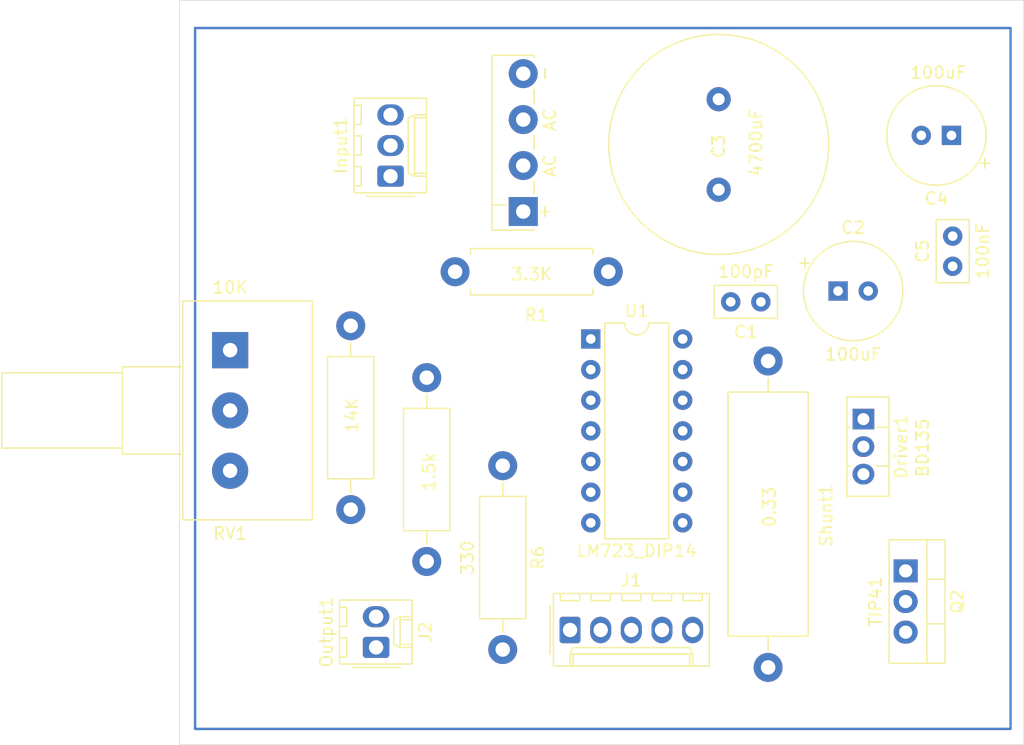
<source format=kicad_pcb>
(kicad_pcb (version 20240108) (generator "pcbnew") (generator_version "8.0")
  (layers (0 "F.Cu" signal) (31 "B.Cu" signal) (34 "B.Paste" user) (35 "F.Paste" user) (36 "B.SilkS" user "B.Silkscreen") (37 "F.SilkS" user "F.Silkscreen") (38 "B.Mask" user) (39 "F.Mask" user) (44 "Edge.Cuts" user))
  (net 0 "")
  (net 1 "Net-(U1-FC)")
  (net 2 "GND")
  (net 3 "Net-(J1-Pin_1)")
  (net 4 "Net-(D1-+)")
  (net 5 "Net-(D1-2)")
  (net 6 "Net-(D1-1)")
  (net 7 "Net-(Driver1-E)")
  (net 8 "Net-(Driver1-C)")
  (net 10 "Net-(J1-Pin_2)")
  (net 11 "Net-(Q2-E)")
  (net 12 "Net-(U1--)")
  (net 13 "Net-(R5-Pad1)")
  (net 14 "Net-(U1-VREF)")
  (net 15 "Net-(R6-Pad2)")
  (net 16 "Net-(U1-+)")
  (footprint "Connector_Molex:Molex_KK-254_AE-6410-05A_1x05_P2.54mm_Vertical" (layer "F.Cu") (at 120.58 70.6)
    (property "Reference" "J1" (at 5.08 -4.12 0) (layer "F.SilkS"))
    (property "Value" "Conn_01x05" (hide yes))
    (fp_line (start -1.67 -2) (end -1.67 2) (stroke (width 0.12)) (layer "F.SilkS"))
    (fp_line (start -1.38 -3.03) (end -1.38 2.99) (stroke (width 0.12)) (layer "F.SilkS"))
    (fp_line (start -1.38 2.99) (end 11.54 2.99) (stroke (width 0.12)) (layer "F.SilkS"))
    (fp_line (start -0.8 -3.03) (end -0.8 -2.43) (stroke (width 0.12)) (layer "F.SilkS"))
    (fp_line (start -0.8 -2.43) (end 0.8 -2.43) (stroke (width 0.12)) (layer "F.SilkS"))
    (fp_line (start 0 1.99) (end 0.25 1.46) (stroke (width 0.12)) (layer "F.SilkS"))
    (fp_line (start 0 1.99) (end 10.16 1.99) (stroke (width 0.12)) (layer "F.SilkS"))
    (fp_line (start 0 2.99) (end 0 1.99) (stroke (width 0.12)) (layer "F.SilkS"))
    (fp_line (start 0.25 1.46) (end 9.91 1.46) (stroke (width 0.12)) (layer "F.SilkS"))
    (fp_line (start 0.25 2.99) (end 0.25 1.99) (stroke (width 0.12)) (layer "F.SilkS"))
    (fp_line (start 0.8 -2.43) (end 0.8 -3.03) (stroke (width 0.12)) (layer "F.SilkS"))
    (fp_line (start 1.74 -3.03) (end 1.74 -2.43) (stroke (width 0.12)) (layer "F.SilkS"))
    (fp_line (start 1.74 -2.43) (end 3.34 -2.43) (stroke (width 0.12)) (layer "F.SilkS"))
    (fp_line (start 3.34 -2.43) (end 3.34 -3.03) (stroke (width 0.12)) (layer "F.SilkS"))
    (fp_line (start 4.28 -3.03) (end 4.28 -2.43) (stroke (width 0.12)) (layer "F.SilkS"))
    (fp_line (start 4.28 -2.43) (end 5.88 -2.43) (stroke (width 0.12)) (layer "F.SilkS"))
    (fp_line (start 5.88 -2.43) (end 5.88 -3.03) (stroke (width 0.12)) (layer "F.SilkS"))
    (fp_line (start 6.82 -3.03) (end 6.82 -2.43) (stroke (width 0.12)) (layer "F.SilkS"))
    (fp_line (start 6.82 -2.43) (end 8.42 -2.43) (stroke (width 0.12)) (layer "F.SilkS"))
    (fp_line (start 8.42 -2.43) (end 8.42 -3.03) (stroke (width 0.12)) (layer "F.SilkS"))
    (fp_line (start 9.36 -3.03) (end 9.36 -2.43) (stroke (width 0.12)) (layer "F.SilkS"))
    (fp_line (start 9.36 -2.43) (end 10.96 -2.43) (stroke (width 0.12)) (layer "F.SilkS"))
    (fp_line (start 9.91 1.46) (end 10.16 1.99) (stroke (width 0.12)) (layer "F.SilkS"))
    (fp_line (start 9.91 2.99) (end 9.91 1.99) (stroke (width 0.12)) (layer "F.SilkS"))
    (fp_line (start 10.16 1.99) (end 10.16 2.99) (stroke (width 0.12)) (layer "F.SilkS"))
    (fp_line (start 10.96 -2.43) (end 10.96 -3.03) (stroke (width 0.12)) (layer "F.SilkS"))
    (fp_line (start 11.54 -3.03) (end -1.38 -3.03) (stroke (width 0.12)) (layer "F.SilkS"))
    (fp_line (start 11.54 2.99) (end 11.54 -3.03) (stroke (width 0.12)) (layer "F.SilkS"))
    (pad "1" thru_hole roundrect (at 0 0) (size 1.74 2.19) (drill 1.19) (layers "*.Cu" "*.Mask") (roundrect_rratio 0.143678) (net 3 "Net-(J1-Pin_1)"))
    (pad "2" thru_hole oval (at 2.54 0) (size 1.74 2.19) (drill 1.19) (layers "*.Cu" "*.Mask") (net 10 "Net-(J1-Pin_2)"))
    (pad "3" thru_hole oval (at 5.08 0) (size 1.74 2.19) (drill 1.19) (layers "*.Cu" "*.Mask") (net 10 "Net-(J1-Pin_2)"))
    (pad "4" thru_hole oval (at 7.62 0) (size 1.74 2.19) (drill 1.19) (layers "*.Cu" "*.Mask") (net 10 "Net-(J1-Pin_2)"))
    (pad "5" thru_hole oval (at 10.16 0) (size 1.74 2.19) (drill 1.19) (layers "*.Cu" "*.Mask") (net 2 "GND"))
  )
  (footprint "Connector_Molex:Molex_KK-254_AE-6410-03A_1x03_P2.54mm_Vertical" (layer "F.Cu") (at 105.7 32.98 90)
    (property "Reference" "Input1" (at 2.54 -4.12 90) (layer "F.SilkS"))
    (property "Value" "J3" (hide yes))
    (fp_line (start 6.46 -3.03) (end -1.38 -3.03) (stroke (width 0.12)) (layer "F.SilkS"))
    (fp_line (start 4.28 -3.03) (end 4.28 -2.43) (stroke (width 0.12)) (layer "F.SilkS"))
    (fp_line (start 1.74 -3.03) (end 1.74 -2.43) (stroke (width 0.12)) (layer "F.SilkS"))
    (fp_line (start -0.8 -3.03) (end -0.8 -2.43) (stroke (width 0.12)) (layer "F.SilkS"))
    (fp_line (start -1.38 -3.03) (end -1.38 2.99) (stroke (width 0.12)) (layer "F.SilkS"))
    (fp_line (start 5.88 -2.43) (end 5.88 -3.03) (stroke (width 0.12)) (layer "F.SilkS"))
    (fp_line (start 4.28 -2.43) (end 5.88 -2.43) (stroke (width 0.12)) (layer "F.SilkS"))
    (fp_line (start 3.34 -2.43) (end 3.34 -3.03) (stroke (width 0.12)) (layer "F.SilkS"))
    (fp_line (start 1.74 -2.43) (end 3.34 -2.43) (stroke (width 0.12)) (layer "F.SilkS"))
    (fp_line (start 0.8 -2.43) (end 0.8 -3.03) (stroke (width 0.12)) (layer "F.SilkS"))
    (fp_line (start -0.8 -2.43) (end 0.8 -2.43) (stroke (width 0.12)) (layer "F.SilkS"))
    (fp_line (start -1.67 -2) (end -1.67 2) (stroke (width 0.12)) (layer "F.SilkS"))
    (fp_line (start 4.83 1.46) (end 5.08 1.99) (stroke (width 0.12)) (layer "F.SilkS"))
    (fp_line (start 0.25 1.46) (end 4.83 1.46) (stroke (width 0.12)) (layer "F.SilkS"))
    (fp_line (start 5.08 1.99) (end 5.08 2.99) (stroke (width 0.12)) (layer "F.SilkS"))
    (fp_line (start 0 1.99) (end 0.25 1.46) (stroke (width 0.12)) (layer "F.SilkS"))
    (fp_line (start 0 1.99) (end 5.08 1.99) (stroke (width 0.12)) (layer "F.SilkS"))
    (fp_line (start 6.46 2.99) (end 6.46 -3.03) (stroke (width 0.12)) (layer "F.SilkS"))
    (fp_line (start 4.83 2.99) (end 4.83 1.99) (stroke (width 0.12)) (layer "F.SilkS"))
    (fp_line (start 0.25 2.99) (end 0.25 1.99) (stroke (width 0.12)) (layer "F.SilkS"))
    (fp_line (start 0 2.99) (end 0 1.99) (stroke (width 0.12)) (layer "F.SilkS"))
    (fp_line (start -1.38 2.99) (end 6.46 2.99) (stroke (width 0.12)) (layer "F.SilkS"))
    (pad "1" thru_hole roundrect (at 0 0 90) (size 1.74 2.19) (drill 1.19) (layers "*.Cu" "*.Mask") (roundrect_rratio 0.143678) (net 6 "Net-(D1-1)"))
    (pad "2" thru_hole oval (at 2.54 0 90) (size 1.74 2.19) (drill 1.19) (layers "*.Cu" "*.Mask"))
    (pad "3" thru_hole oval (at 5.08 0 90) (size 1.74 2.19) (drill 1.19) (layers "*.Cu" "*.Mask") (net 5 "Net-(D1-2)"))
  )
  (footprint "Capacitor_THT:CP_Radial_Tantal_D8.0mm_P2.50mm" (layer "F.Cu") (at 142.8 42.5)
    (property "Reference" "C2" (at 1.25 -5.25 0) (layer "F.SilkS"))
    (property "Value" "100uF" (at 1.25 5.25 0) (layer "F.SilkS"))
    (fp_line (start -3.159698 -2.315) (end -2.359698 -2.315) (stroke (width 0.12)) (layer "F.SilkS"))
    (fp_line (start -2.759698 -2.715) (end -2.759698 -1.915) (stroke (width 0.12)) (layer "F.SilkS"))
    (fp_circle (center 1.25 0) (end 5.37 0) (stroke (width 0.12)) (fill none) (layer "F.SilkS"))
    (pad "1" thru_hole rect (at 0 0) (size 1.6 1.6) (drill 0.8) (layers "*.Cu" "*.Mask") (net 3 "Net-(J1-Pin_1)"))
    (pad "2" thru_hole circle (at 2.5 0) (size 1.6 1.6) (drill 0.8) (layers "*.Cu" "*.Mask") (net 2 "GND"))
  )
  (footprint "Capacitor_THT:C_Disc_D5.0mm_W2.5mm_P2.50mm" (layer "F.Cu") (at 152.3 40.45 90)
    (property "Reference" "C5" (at 1.25 -2.5 90) (layer "F.SilkS"))
    (property "Value" "100nF" (at 1.25 2.5 90) (layer "F.SilkS"))
    (fp_line (start 3.87 -1.37) (end 3.87 1.37) (stroke (width 0.12)) (layer "F.SilkS"))
    (fp_line (start -1.37 -1.37) (end 3.87 -1.37) (stroke (width 0.12)) (layer "F.SilkS"))
    (fp_line (start -1.37 -1.37) (end -1.37 1.37) (stroke (width 0.12)) (layer "F.SilkS"))
    (fp_line (start -1.37 1.37) (end 3.87 1.37) (stroke (width 0.12)) (layer "F.SilkS"))
    (pad "1" thru_hole circle (at 0 0 90) (size 1.6 1.6) (drill 0.8) (layers "*.Cu" "*.Mask") (net 2 "GND"))
    (pad "2" thru_hole circle (at 2.5 0 90) (size 1.6 1.6) (drill 0.8) (layers "*.Cu" "*.Mask") (net 4 "Net-(D1-+)"))
  )
  (footprint "Capacitor_THT:C_Radial_D18.0mm_H35.5mm_P7.50mm" (layer "F.Cu") (at 132.9 34.1 90)
    (property "Reference" "C3" (at 3.6 0 90) (layer "F.SilkS"))
    (property "Value" "4700uF" (at 3.9 3.1 90) (layer "F.SilkS"))
    (fp_circle (center 3.75 0) (end 12.87 0) (stroke (width 0.12)) (fill none) (layer "F.SilkS"))
    (pad "1" thru_hole circle (at 0 0 90) (size 2 2) (drill 1) (layers "*.Cu" "*.Mask") (net 4 "Net-(D1-+)"))
    (pad "2" thru_hole circle (at 7.5 0 90) (size 2 2) (drill 1) (layers "*.Cu" "*.Mask") (net 2 "GND"))
  )
  (footprint "Package_TO_SOT_THT:TO-126-3_Vertical" (layer "F.Cu") (at 144.9 53.12 -90)
    (property "Reference" "Driver1" (at 2.28 -3.12 90) (layer "F.SilkS"))
    (property "Value" "BD135" (at 2.38 -4.9 90) (layer "F.SilkS"))
    (fp_line (start -1.841 1.37) (end 6.4 1.37) (stroke (width 0.12)) (layer "F.SilkS"))
    (fp_line (start 0.68 1.05) (end 0.68 1.37) (stroke (width 0.12)) (layer "F.SilkS"))
    (fp_line (start 3.88 1.05) (end 3.88 1.37) (stroke (width 0.12)) (layer "F.SilkS"))
    (fp_line (start -1.841 -2.12) (end -1.841 1.37) (stroke (width 0.12)) (layer "F.SilkS"))
    (fp_line (start -1.841 -2.12) (end 6.4 -2.12) (stroke (width 0.12)) (layer "F.SilkS"))
    (fp_line (start 0.68 -2.12) (end 0.68 -1.05) (stroke (width 0.12)) (layer "F.SilkS"))
    (fp_line (start 3.88 -2.12) (end 3.88 -1.05) (stroke (width 0.12)) (layer "F.SilkS"))
    (fp_line (start 6.4 -2.12) (end 6.4 1.37) (stroke (width 0.12)) (layer "F.SilkS"))
    (pad "1" thru_hole rect (at 0 0 270) (size 1.71 1.8) (drill 1) (layers "*.Cu" "*.Mask") (net 7 "Net-(Driver1-E)"))
    (pad "2" thru_hole oval (at 2.28 0 270) (size 1.71 1.8) (drill 1) (layers "*.Cu" "*.Mask") (net 8 "Net-(Driver1-C)"))
    (pad "3" thru_hole oval (at 4.56 0 270) (size 1.71 1.8) (drill 1) (layers "*.Cu" "*.Mask") (net 4 "Net-(D1-+)"))
  )
  (footprint "Resistor_THT:R_Axial_DIN0411_L9.9mm_D3.6mm_P15.24mm_Horizontal" (layer "F.Cu") (at 108.7 64.92 90)
    (property "Reference" "R5" (hide yes))
    (property "Value" "1.5k" (at 7.42 0.2 90) (layer "F.SilkS"))
    (fp_line (start 12.69 -1.92) (end 2.55 -1.92) (stroke (width 0.12)) (layer "F.SilkS"))
    (fp_line (start 2.55 -1.92) (end 2.55 1.92) (stroke (width 0.12)) (layer "F.SilkS"))
    (fp_line (start 13.8 0) (end 12.69 0) (stroke (width 0.12)) (layer "F.SilkS"))
    (fp_line (start 1.44 0) (end 2.55 0) (stroke (width 0.12)) (layer "F.SilkS"))
    (fp_line (start 12.69 1.92) (end 12.69 -1.92) (stroke (width 0.12)) (layer "F.SilkS"))
    (fp_line (start 2.55 1.92) (end 12.69 1.92) (stroke (width 0.12)) (layer "F.SilkS"))
    (pad "1" thru_hole circle (at 0 0 90) (size 2.4 2.4) (drill 1.2) (layers "*.Cu" "*.Mask") (net 13 "Net-(R5-Pad1)"))
    (pad "2" thru_hole oval (at 15.24 0 90) (size 2.4 2.4) (drill 1.2) (layers "*.Cu" "*.Mask") (net 14 "Net-(U1-VREF)"))
  )
  (footprint "Resistor_THT:R_Axial_DIN0411_L9.9mm_D3.6mm_P15.24mm_Horizontal" (layer "F.Cu") (at 102.4 60.62 90)
    (property "Reference" "R4" (hide yes))
    (property "Value" "14K" (at 7.82 0.1 90) (layer "F.SilkS"))
    (fp_line (start 12.69 -1.92) (end 2.55 -1.92) (stroke (width 0.12)) (layer "F.SilkS"))
    (fp_line (start 2.55 -1.92) (end 2.55 1.92) (stroke (width 0.12)) (layer "F.SilkS"))
    (fp_line (start 13.8 0) (end 12.69 0) (stroke (width 0.12)) (layer "F.SilkS"))
    (fp_line (start 1.44 0) (end 2.55 0) (stroke (width 0.12)) (layer "F.SilkS"))
    (fp_line (start 12.69 1.92) (end 12.69 -1.92) (stroke (width 0.12)) (layer "F.SilkS"))
    (fp_line (start 2.55 1.92) (end 12.69 1.92) (stroke (width 0.12)) (layer "F.SilkS"))
    (pad "1" thru_hole circle (at 0 0 90) (size 2.4 2.4) (drill 1.2) (layers "*.Cu" "*.Mask") (net 12 "Net-(U1--)"))
    (pad "2" thru_hole oval (at 15.24 0 90) (size 2.4 2.4) (drill 1.2) (layers "*.Cu" "*.Mask") (net 3 "Net-(J1-Pin_1)"))
  )
  (footprint "Capacitor_THT:C_Disc_D5.0mm_W2.5mm_P2.50mm" (layer "F.Cu") (at 136.4 43.4 180)
    (property "Reference" "C1" (at 1.25 -2.5 360) (layer "F.SilkS"))
    (property "Value" "100pF" (at 1.25 2.5 360) (layer "F.SilkS"))
    (fp_line (start 3.87 -1.37) (end 3.87 1.37) (stroke (width 0.12)) (layer "F.SilkS"))
    (fp_line (start -1.37 1.37) (end 3.87 1.37) (stroke (width 0.12)) (layer "F.SilkS"))
    (fp_line (start -1.37 -1.37) (end 3.87 -1.37) (stroke (width 0.12)) (layer "F.SilkS"))
    (fp_line (start -1.37 -1.37) (end -1.37 1.37) (stroke (width 0.12)) (layer "F.SilkS"))
    (pad "1" thru_hole circle (at 0 0 180) (size 1.6 1.6) (drill 0.8) (layers "*.Cu" "*.Mask") (net 2 "GND"))
    (pad "2" thru_hole circle (at 2.5 0 180) (size 1.6 1.6) (drill 0.8) (layers "*.Cu" "*.Mask") (net 1 "Net-(U1-FC)"))
  )
  (footprint "Resistor_THT:R_Axial_Power_L20.0mm_W6.4mm_P25.40mm" (layer "F.Cu") (at 137 73.7 90)
    (property "Reference" "Shunt1" (at 12.6 4.8 90) (layer "F.SilkS"))
    (property "Value" "0.33" (at 13.3 0.1 90) (layer "F.SilkS"))
    (fp_line (start 22.82 -3.32) (end 2.58 -3.32) (stroke (width 0.12)) (layer "F.SilkS"))
    (fp_line (start 2.58 -3.32) (end 2.58 3.32) (stroke (width 0.12)) (layer "F.SilkS"))
    (fp_line (start 23.96 0) (end 22.82 0) (stroke (width 0.12)) (layer "F.SilkS"))
    (fp_line (start 1.44 0) (end 2.58 0) (stroke (width 0.12)) (layer "F.SilkS"))
    (fp_line (start 22.82 3.32) (end 22.82 -3.32) (stroke (width 0.12)) (layer "F.SilkS"))
    (fp_line (start 2.58 3.32) (end 22.82 3.32) (stroke (width 0.12)) (layer "F.SilkS"))
    (pad "1" thru_hole circle (at 0 0 90) (size 2.4 2.4) (drill 1.2) (layers "*.Cu" "*.Mask") (net 11 "Net-(Q2-E)"))
    (pad "2" thru_hole oval (at 25.4 0 90) (size 2.4 2.4) (drill 1.2) (layers "*.Cu" "*.Mask") (net 3 "Net-(J1-Pin_1)"))
  )
  (footprint "PCM_Diode_THT_AKL:Diode_Bridge_KBP" (layer "F.Cu") (at 116.7 35.91 90)
    (property "Reference" "D1" (hide yes))
    (property "Value" "KBP310G" (hide yes))
    (fp_line (start 12.95 -2.6) (end 12.95 0.9) (stroke (width 0.12)) (layer "F.SilkS"))
    (fp_line (start 0.55 -2.6) (end 0.55 -1.45) (stroke (width 0.12)) (layer "F.SilkS"))
    (fp_line (start -1.55 -2.6) (end 12.95 -2.6) (stroke (width 0.12)) (layer "F.SilkS"))
    (fp_line (start 12.95 0.9) (end 12.75 0.9) (stroke (width 0.12)) (layer "F.SilkS"))
    (fp_line (start 10.1 0.9) (end 8.9 0.9) (stroke (width 0.12)) (layer "F.SilkS"))
    (fp_line (start 6.3 0.9) (end 5.15 0.9) (stroke (width 0.12)) (layer "F.SilkS"))
    (fp_line (start 2.5 0.9) (end 1.5 0.9) (stroke (width 0.12)) (layer "F.SilkS"))
    (fp_line (start -1.45 0.9) (end -1.55 0.9) (stroke (width 0.12)) (layer "F.SilkS"))
    (fp_line (start -1.55 0.9) (end -1.55 -2.6) (stroke (width 0.12)) (layer "F.SilkS"))
    (fp_text user "+" (at 0 1.736 90) (layer "F.SilkS"))
    (fp_text user "-" (at 11.43 1.736 90) (layer "F.SilkS"))
    (fp_text user "AC" (at 7.6 2.2 90) (layer "F.SilkS"))
    (fp_text user "AC" (at 3.8 2.2 90) (layer "F.SilkS"))
    (pad "1" thru_hole rect (at 0 0 270) (size 2.4 2.4) (drill 1.2) (layers "*.Cu" "*.Mask") (net 4 "Net-(D1-+)"))
    (pad "2" thru_hole circle (at 3.81 0 270) (size 2.4 2.4) (drill 1.2) (layers "*.Cu" "*.Mask") (net 6 "Net-(D1-1)"))
    (pad "3" thru_hole circle (at 7.62 0 270) (size 2.4 2.4) (drill 1.2) (layers "*.Cu" "*.Mask") (net 5 "Net-(D1-2)"))
    (pad "4" thru_hole circle (at 11.43 0 270) (size 2.4 2.4) (drill 1.2) (layers "*.Cu" "*.Mask") (net 2 "GND"))
  )
  (footprint "Package_TO_SOT_THT:TO-220-3_Vertical" (layer "F.Cu") (at 148.4 65.7 -90)
    (property "Reference" "Q2" (at 2.54 -4.27 90) (layer "F.SilkS"))
    (property "Value" "TIP41" (at 2.54 2.5 90) (layer "F.SilkS"))
    (fp_line (start -2.58 1.371) (end 7.66 1.371) (stroke (width 0.12)) (layer "F.SilkS"))
    (fp_line (start -2.58 -1.76) (end 7.66 -1.76) (stroke (width 0.12)) (layer "F.SilkS"))
    (fp_line (start -2.58 -3.27) (end -2.58 1.371) (stroke (width 0.12)) (layer "F.SilkS"))
    (fp_line (start -2.58 -3.27) (end 7.66 -3.27) (stroke (width 0.12)) (layer "F.SilkS"))
    (fp_line (start 0.69 -3.27) (end 0.69 -1.76) (stroke (width 0.12)) (layer "F.SilkS"))
    (fp_line (start 4.391 -3.27) (end 4.391 -1.76) (stroke (width 0.12)) (layer "F.SilkS"))
    (fp_line (start 7.66 -3.27) (end 7.66 1.371) (stroke (width 0.12)) (layer "F.SilkS"))
    (pad "1" thru_hole rect (at 0 0 270) (size 1.905 2) (drill 1.1) (layers "*.Cu" "*.Mask") (net 7 "Net-(Driver1-E)"))
    (pad "2" thru_hole oval (at 2.54 0 270) (size 1.905 2) (drill 1.1) (layers "*.Cu" "*.Mask") (net 8 "Net-(Driver1-C)"))
    (pad "3" thru_hole oval (at 5.08 0 270) (size 1.905 2) (drill 1.1) (layers "*.Cu" "*.Mask") (net 11 "Net-(Q2-E)"))
  )
  (footprint "Connector_Molex:Molex_KK-254_AE-6410-02A_1x02_P2.54mm_Vertical" (layer "F.Cu") (at 104.5 72.04 90)
    (property "Reference" "Output1" (at 1.27 -4.12 90) (layer "F.SilkS"))
    (property "Value" "J2" (at 1.27 4.08 90) (layer "F.SilkS"))
    (fp_line (start 3.92 -3.03) (end -1.38 -3.03) (stroke (width 0.12)) (layer "F.SilkS"))
    (fp_line (start 1.74 -3.03) (end 1.74 -2.43) (stroke (width 0.12)) (layer "F.SilkS"))
    (fp_line (start -0.8 -3.03) (end -0.8 -2.43) (stroke (width 0.12)) (layer "F.SilkS"))
    (fp_line (start -1.38 -3.03) (end -1.38 2.99) (stroke (width 0.12)) (layer "F.SilkS"))
    (fp_line (start 3.34 -2.43) (end 3.34 -3.03) (stroke (width 0.12)) (layer "F.SilkS"))
    (fp_line (start 1.74 -2.43) (end 3.34 -2.43) (stroke (width 0.12)) (layer "F.SilkS"))
    (fp_line (start 0.8 -2.43) (end 0.8 -3.03) (stroke (width 0.12)) (layer "F.SilkS"))
    (fp_line (start -0.8 -2.43) (end 0.8 -2.43) (stroke (width 0.12)) (layer "F.SilkS"))
    (fp_line (start -1.67 -2) (end -1.67 2) (stroke (width 0.12)) (layer "F.SilkS"))
    (fp_line (start 2.29 1.46) (end 2.54 1.99) (stroke (width 0.12)) (layer "F.SilkS"))
    (fp_line (start 0.25 1.46) (end 2.29 1.46) (stroke (width 0.12)) (layer "F.SilkS"))
    (fp_line (start 2.54 1.99) (end 2.54 2.99) (stroke (width 0.12)) (layer "F.SilkS"))
    (fp_line (start 0 1.99) (end 0.25 1.46) (stroke (width 0.12)) (layer "F.SilkS"))
    (fp_line (start 0 1.99) (end 2.54 1.99) (stroke (width 0.12)) (layer "F.SilkS"))
    (fp_line (start 3.92 2.99) (end 3.92 -3.03) (stroke (width 0.12)) (layer "F.SilkS"))
    (fp_line (start 2.29 2.99) (end 2.29 1.99) (stroke (width 0.12)) (layer "F.SilkS"))
    (fp_line (start 0.25 2.99) (end 0.25 1.99) (stroke (width 0.12)) (layer "F.SilkS"))
    (fp_line (start 0 2.99) (end 0 1.99) (stroke (width 0.12)) (layer "F.SilkS"))
    (fp_line (start -1.38 2.99) (end 3.92 2.99) (stroke (width 0.12)) (layer "F.SilkS"))
    (pad "1" thru_hole roundrect (at 0 0 90) (size 1.74 2.19) (drill 1.19) (layers "*.Cu" "*.Mask") (roundrect_rratio 0.143678) (net 10 "Net-(J1-Pin_2)"))
    (pad "2" thru_hole oval (at 2.54 0 90) (size 1.74 2.19) (drill 1.19) (layers "*.Cu" "*.Mask") (net 2 "GND"))
  )
  (footprint "Resistor_THT:R_Axial_DIN0411_L9.9mm_D3.6mm_P12.70mm_Horizontal" (layer "F.Cu") (at 111.05 40.9)
    (property "Reference" "R1" (at 6.75 3.6 0) (layer "F.SilkS"))
    (property "Value" "3.3K" (at 6.35 0.2 0) (layer "F.SilkS"))
    (fp_line (start 1.28 -1.92) (end 11.42 -1.92) (stroke (width 0.12)) (layer "F.SilkS"))
    (fp_line (start 1.28 -1.44) (end 1.28 -1.92) (stroke (width 0.12)) (layer "F.SilkS"))
    (fp_line (start 1.28 1.44) (end 1.28 1.92) (stroke (width 0.12)) (layer "F.SilkS"))
    (fp_line (start 1.28 1.92) (end 11.42 1.92) (stroke (width 0.12)) (layer "F.SilkS"))
    (fp_line (start 11.42 -1.92) (end 11.42 -1.44) (stroke (width 0.12)) (layer "F.SilkS"))
    (fp_line (start 11.42 1.92) (end 11.42 1.44) (stroke (width 0.12)) (layer "F.SilkS"))
    (pad "1" thru_hole circle (at 0 0) (size 2.4 2.4) (drill 1.2) (layers "*.Cu" "*.Mask") (net 12 "Net-(U1--)"))
    (pad "2" thru_hole oval (at 12.7 0) (size 2.4 2.4) (drill 1.2) (layers "*.Cu" "*.Mask") (net 2 "GND"))
  )
  (footprint "Capacitor_THT:CP_Radial_Tantal_D8.0mm_P2.50mm" (layer "F.Cu") (at 152.2 29.6 180)
    (property "Reference" "C4" (at 1.25 -5.25 360) (layer "F.SilkS"))
    (property "Value" "100uF" (at 1.1 5.2 360) (layer "F.SilkS"))
    (fp_line (start -2.759698 -2.715) (end -2.759698 -1.915) (stroke (width 0.12)) (layer "F.SilkS"))
    (fp_line (start -3.159698 -2.315) (end -2.359698 -2.315) (stroke (width 0.12)) (layer "F.SilkS"))
    (fp_circle (center 1.25 0) (end 5.37 0) (stroke (width 0.12)) (fill none) (layer "F.SilkS"))
    (pad "1" thru_hole rect (at 0 0 180) (size 1.6 1.6) (drill 0.8) (layers "*.Cu" "*.Mask") (net 4 "Net-(D1-+)"))
    (pad "2" thru_hole circle (at 2.5 0 180) (size 1.6 1.6) (drill 0.8) (layers "*.Cu" "*.Mask") (net 2 "GND"))
  )
  (footprint "Potentiometer_THT:Potentiometer_Alps_RK163_Single_Horizontal" (layer "F.Cu") (at 92.4 47.4)
    (property "Reference" "RV1" (at 0 15.2 180) (layer "F.SilkS"))
    (property "Value" "10K" (at 0 -5.200001 180) (layer "F.SilkS"))
    (fp_line (start -18.92 8.12) (end -18.92 1.88) (stroke (width 0.12)) (layer "F.SilkS"))
    (fp_line (start -8.92 1.88) (end -18.92 1.88) (stroke (width 0.12)) (layer "F.SilkS"))
    (fp_line (start -8.92 8.12) (end -18.92 8.12) (stroke (width 0.12)) (layer "F.SilkS"))
    (fp_line (start -8.92 8.62) (end -8.92 1.38) (stroke (width 0.12)) (layer "F.SilkS"))
    (fp_line (start -3.92 1.38) (end -8.92 1.38) (stroke (width 0.12)) (layer "F.SilkS"))
    (fp_line (start -3.92 8.62) (end -8.92 8.62) (stroke (width 0.12)) (layer "F.SilkS"))
    (fp_line (start -3.92 14.07) (end -3.92 -4.07) (stroke (width 0.12)) (layer "F.SilkS"))
    (fp_line (start 6.82 -4.07) (end -3.92 -4.07) (stroke (width 0.12)) (layer "F.SilkS"))
    (fp_line (start 6.82 14.07) (end -3.92 14.07) (stroke (width 0.12)) (layer "F.SilkS"))
    (fp_line (start 6.82 14.07) (end 6.82 -4.07) (stroke (width 0.12)) (layer "F.SilkS"))
    (pad "1" thru_hole rect (at 0 0 180) (size 3 3) (drill 1.2) (layers "*.Cu" "*.Mask") (net 13 "Net-(R5-Pad1)"))
    (pad "2" thru_hole circle (at 0 5 180) (size 3 3) (drill 1.2) (layers "*.Cu" "*.Mask") (net 16 "Net-(U1-+)"))
    (pad "3" thru_hole circle (at 0 10 180) (size 3 3) (drill 1.2) (layers "*.Cu" "*.Mask") (net 15 "Net-(R6-Pad2)"))
  )
  (footprint "Package_DIP:DIP-14_W7.62mm" (layer "F.Cu") (at 122.3 46.475)
    (property "Reference" "U1" (at 3.81 -2.33 0) (layer "F.SilkS"))
    (property "Value" "LM723_DIP14" (at 3.81 17.57 0) (layer "F.SilkS"))
    (fp_line (start 1.16 -1.33) (end 1.16 16.57) (stroke (width 0.12)) (layer "F.SilkS"))
    (fp_line (start 1.16 16.57) (end 6.46 16.57) (stroke (width 0.12)) (layer "F.SilkS"))
    (fp_line (start 2.81 -1.33) (end 1.16 -1.33) (stroke (width 0.12)) (layer "F.SilkS"))
    (fp_line (start 6.46 -1.33) (end 4.81 -1.33) (stroke (width 0.12)) (layer "F.SilkS"))
    (fp_line (start 6.46 16.57) (end 6.46 -1.33) (stroke (width 0.12)) (layer "F.SilkS"))
    (fp_arc (start 4.81 -1.33) (mid 3.81 -0.33) (end 2.81 -1.33) (stroke (width 0.12)) (layer "F.SilkS"))
    (pad "1" thru_hole rect (at 0 0) (size 1.6 1.6) (drill 0.8) (layers "*.Cu" "*.Mask"))
    (pad "2" thru_hole oval (at 0 2.54) (size 1.6 1.6) (drill 0.8) (layers "*.Cu" "*.Mask") (net 11 "Net-(Q2-E)"))
    (pad "3" thru_hole oval (at 0 5.08) (size 1.6 1.6) (drill 0.8) (layers "*.Cu" "*.Mask") (net 3 "Net-(J1-Pin_1)"))
    (pad "4" thru_hole oval (at 0 7.62) (size 1.6 1.6) (drill 0.8) (layers "*.Cu" "*.Mask") (net 12 "Net-(U1--)"))
    (pad "5" thru_hole oval (at 0 10.16) (size 1.6 1.6) (drill 0.8) (layers "*.Cu" "*.Mask") (net 16 "Net-(U1-+)"))
    (pad "6" thru_hole oval (at 0 12.7) (size 1.6 1.6) (drill 0.8) (layers "*.Cu" "*.Mask") (net 14 "Net-(U1-VREF)"))
    (pad "7" thru_hole oval (at 0 15.24) (size 1.6 1.6) (drill 0.8) (layers "*.Cu" "*.Mask") (net 2 "GND"))
    (pad "8" thru_hole oval (at 7.62 15.24) (size 1.6 1.6) (drill 0.8) (layers "*.Cu" "*.Mask"))
    (pad "9" thru_hole oval (at 7.62 12.7) (size 1.6 1.6) (drill 0.8) (layers "*.Cu" "*.Mask"))
    (pad "10" thru_hole oval (at 7.62 10.16) (size 1.6 1.6) (drill 0.8) (layers "*.Cu" "*.Mask") (net 4 "Net-(D1-+)"))
    (pad "11" thru_hole oval (at 7.62 7.62) (size 1.6 1.6) (drill 0.8) (layers "*.Cu" "*.Mask") (net 4 "Net-(D1-+)"))
    (pad "12" thru_hole oval (at 7.62 5.08) (size 1.6 1.6) (drill 0.8) (layers "*.Cu" "*.Mask") (net 4 "Net-(D1-+)"))
    (pad "13" thru_hole oval (at 7.62 2.54) (size 1.6 1.6) (drill 0.8) (layers "*.Cu" "*.Mask") (net 1 "Net-(U1-FC)"))
    (pad "14" thru_hole oval (at 7.62 0) (size 1.6 1.6) (drill 0.8) (layers "*.Cu" "*.Mask"))
  )
  (footprint "Resistor_THT:R_Axial_DIN0411_L9.9mm_D3.6mm_P15.24mm_Horizontal" (layer "F.Cu") (at 115 56.98 -90)
    (property "Reference" "R6" (at 7.62 -2.92 90) (layer "F.SilkS"))
    (property "Value" "330" (at 7.62 2.92 90) (layer "F.SilkS"))
    (fp_line (start 2.55 1.92) (end 12.69 1.92) (stroke (width 0.12)) (layer "F.SilkS"))
    (fp_line (start 12.69 1.92) (end 12.69 -1.92) (stroke (width 0.12)) (layer "F.SilkS"))
    (fp_line (start 1.44 0) (end 2.55 0) (stroke (width 0.12)) (layer "F.SilkS"))
    (fp_line (start 13.8 0) (end 12.69 0) (stroke (width 0.12)) (layer "F.SilkS"))
    (fp_line (start 2.55 -1.92) (end 2.55 1.92) (stroke (width 0.12)) (layer "F.SilkS"))
    (fp_line (start 12.69 -1.92) (end 2.55 -1.92) (stroke (width 0.12)) (layer "F.SilkS"))
    (pad "1" thru_hole circle (at 0 0 270) (size 2.4 2.4) (drill 1.2) (layers "*.Cu" "*.Mask") (net 2 "GND"))
    (pad "2" thru_hole oval (at 15.24 0 270) (size 2.4 2.4) (drill 1.2) (layers "*.Cu" "*.Mask") (net 15 "Net-(R6-Pad2)"))
  )
  (gr_rect (start 89.5 20.7) (end 157.1 78.8) (stroke (width 0.2)) (fill none) (layer "B.Cu"))
  (gr_rect (start 88.2 18.4) (end 158.2 80.1) (stroke (width 0.05)) (fill none) (layer "Edge.Cuts"))
)
</source>
